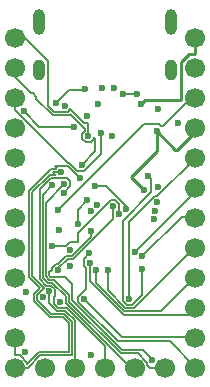
<source format=gbr>
%TF.GenerationSoftware,KiCad,Pcbnew,(6.0.1)*%
%TF.CreationDate,2022-06-23T12:55:07-04:00*%
%TF.ProjectId,stemcell,7374656d-6365-46c6-9c2e-6b696361645f,1.0.0*%
%TF.SameCoordinates,Original*%
%TF.FileFunction,Copper,L2,Inr*%
%TF.FilePolarity,Positive*%
%FSLAX46Y46*%
G04 Gerber Fmt 4.6, Leading zero omitted, Abs format (unit mm)*
G04 Created by KiCad (PCBNEW (6.0.1)) date 2022-06-23 12:55:07*
%MOMM*%
%LPD*%
G01*
G04 APERTURE LIST*
%TA.AperFunction,ComponentPad*%
%ADD10O,1.000000X1.800000*%
%TD*%
%TA.AperFunction,ComponentPad*%
%ADD11O,1.000000X2.200000*%
%TD*%
%TA.AperFunction,ComponentPad*%
%ADD12C,1.700000*%
%TD*%
%TA.AperFunction,ViaPad*%
%ADD13C,0.600000*%
%TD*%
%TA.AperFunction,Conductor*%
%ADD14C,0.254000*%
%TD*%
%TA.AperFunction,Conductor*%
%ADD15C,0.127000*%
%TD*%
G04 APERTURE END LIST*
D10*
%TO.N,GND*%
%TO.C,J1*%
X105689400Y-54472000D03*
X94539400Y-54472000D03*
D11*
X105689400Y-50472000D03*
X94539400Y-50472000D03*
%TD*%
D12*
%TO.N,/PC13*%
%TO.C,J4*%
X105181400Y-79705200D03*
%TO.N,/PC14*%
X102641400Y-79705200D03*
%TO.N,/PC15*%
X100101400Y-79705200D03*
%TO.N,/PA0*%
X97561400Y-79705200D03*
%TO.N,/PA1*%
X95021400Y-79705200D03*
%TD*%
%TO.N,/TX0*%
%TO.C,J2*%
X92481400Y-79705200D03*
%TO.N,/RX0*%
X92481400Y-77165200D03*
%TO.N,GND*%
X92481400Y-74625200D03*
X92481400Y-72085200D03*
%TO.N,/SDA*%
X92481400Y-69545200D03*
%TO.N,/SCL*%
X92481400Y-67005200D03*
%TO.N,/PA15*%
X92481400Y-64465200D03*
%TO.N,/PB3*%
X92481400Y-61925200D03*
%TO.N,/PB4*%
X92481400Y-59385200D03*
%TO.N,/PB5*%
X92481400Y-56845200D03*
%TO.N,/PB8*%
X92481400Y-54305200D03*
%TO.N,/PB9*%
X92481400Y-51765200D03*
%TD*%
%TO.N,VBUS*%
%TO.C,J3*%
X107721400Y-51765200D03*
%TO.N,GND*%
X107721400Y-54305200D03*
%TO.N,/NRST*%
X107721400Y-56845200D03*
%TO.N,VDD*%
X107721400Y-59385200D03*
%TO.N,/PB10*%
X107721400Y-61925200D03*
%TO.N,/PB2*%
X107721400Y-64465200D03*
%TO.N,/PB1*%
X107721400Y-67005200D03*
%TO.N,/PB0*%
X107721400Y-69545200D03*
%TO.N,/PA7*%
X107721400Y-72085200D03*
%TO.N,/PA6*%
X107721400Y-74625200D03*
%TO.N,/PA5*%
X107721400Y-77165200D03*
%TO.N,/PA4*%
X107721400Y-79705200D03*
%TD*%
D13*
%TO.N,VBUS*%
X103158166Y-57382671D03*
%TO.N,GND*%
X96189800Y-68072000D03*
X98882200Y-78587600D03*
X106273600Y-59004200D03*
X98532326Y-58410149D03*
X97146435Y-71097161D03*
%TO.N,VDD*%
X103415448Y-64668548D03*
X104492952Y-59689606D03*
%TO.N,/NRST*%
X96140600Y-66315000D03*
%TO.N,/CC1*%
X102846711Y-56500723D03*
X101593700Y-56488100D03*
%TO.N,/CC2*%
X98396359Y-56093884D03*
X95984097Y-57278000D03*
%TO.N,/TX0*%
X96372400Y-63135600D03*
%TO.N,/RX0*%
X97983900Y-63626400D03*
%TO.N,/HSE_IN*%
X96304700Y-74142200D03*
X97105700Y-69739100D03*
%TO.N,/PA2*%
X101279900Y-66683800D03*
X95621537Y-69363016D03*
X94821728Y-73755999D03*
%TO.N,/PB7*%
X98604500Y-65539800D03*
X97774700Y-67529500D03*
%TO.N,/PB6*%
X99255600Y-64348900D03*
X101884400Y-66258800D03*
%TO.N,/PA3*%
X96141320Y-71424800D03*
X100805000Y-66045700D03*
%TO.N,/PA9*%
X93218000Y-57955634D03*
X97458306Y-59283080D03*
X104311800Y-66403500D03*
%TO.N,/BOOT0*%
X98939000Y-68139700D03*
X104102234Y-79023397D03*
%TO.N,/PB9*%
X98676207Y-60110137D03*
%TO.N,/PB8*%
X98131100Y-62523300D03*
%TO.N,/PA15*%
X98889200Y-66438100D03*
%TO.N,/PB5*%
X99745800Y-59842400D03*
%TO.N,/PB4*%
X100713197Y-60097303D03*
%TO.N,/PB3*%
X99397800Y-65915900D03*
%TO.N,/PA7*%
X99337900Y-71396600D03*
%TO.N,/PA6*%
X98814500Y-70872800D03*
%TO.N,/PA5*%
X98337900Y-73889700D03*
%TO.N,/PA4*%
X98780600Y-70002400D03*
%TO.N,/PB10*%
X102140900Y-73886800D03*
%TO.N,/PB2*%
X102636100Y-69889900D03*
%TO.N,/PB1*%
X103272200Y-70282600D03*
%TO.N,/PB0*%
X100315800Y-71454400D03*
%TO.N,/PC15*%
X96631900Y-64878900D03*
%TO.N,/PC14*%
X95619200Y-64245400D03*
%TO.N,/PC13*%
X96667600Y-64131100D03*
%TO.N,/PA0*%
X95340900Y-73247800D03*
%TO.N,/PA1*%
X93443501Y-73312757D03*
X93304589Y-78351809D03*
%TO.N,/PA8*%
X96729084Y-57547689D03*
X104224900Y-67139800D03*
%TO.N,/VCAP1*%
X103217700Y-71385100D03*
X103710438Y-63430456D03*
%TO.N,/USB_DP*%
X99522191Y-57410304D03*
X104551500Y-64444300D03*
%TO.N,/USB_DN*%
X104516215Y-65706350D03*
X99864401Y-56015728D03*
X100864400Y-56015728D03*
%TO.N,/TX_PULLUP*%
X104554554Y-57832901D03*
%TD*%
D14*
%TO.N,VBUS*%
X106544889Y-53817872D02*
X107234072Y-53128689D01*
X103158166Y-57382671D02*
X103473222Y-57067615D01*
X106544889Y-57067615D02*
X106544889Y-53817872D01*
X107721400Y-53128689D02*
X107721400Y-51699200D01*
X103473222Y-57067615D02*
X106544889Y-57067615D01*
X107234072Y-53128689D02*
X107721400Y-53128689D01*
%TO.N,VDD*%
X106062003Y-61263744D02*
X106205564Y-61263744D01*
X107721400Y-59747908D02*
X107721400Y-59319200D01*
X102280000Y-63533100D02*
X103415448Y-64668548D01*
X106205564Y-61263744D02*
X107721400Y-59747908D01*
X104492952Y-59694693D02*
X106062003Y-61263744D01*
X104492952Y-59689606D02*
X104492952Y-61320148D01*
X104492952Y-61320148D02*
X102280000Y-63533100D01*
X104492952Y-59689606D02*
X104492952Y-59694693D01*
D15*
%TO.N,/NRST*%
X104670667Y-59076189D02*
X103379411Y-59076189D01*
X105012620Y-59249180D02*
X104843658Y-59249180D01*
X107721400Y-56779200D02*
X107482600Y-56779200D01*
X104843658Y-59249180D02*
X104670667Y-59076189D01*
X107482600Y-56779200D02*
X105012620Y-59249180D01*
X103379411Y-59076189D02*
X96140600Y-66315000D01*
%TO.N,/CC1*%
X102834088Y-56488100D02*
X101593700Y-56488100D01*
X102846711Y-56500723D02*
X102834088Y-56488100D01*
%TO.N,/CC2*%
X98305443Y-56184800D02*
X98396359Y-56093884D01*
X95984097Y-57278000D02*
X97077297Y-56184800D01*
X97077297Y-56184800D02*
X98305443Y-56184800D01*
%TO.N,/TX0*%
X97307880Y-75806876D02*
X97307880Y-78665189D01*
X96640255Y-75139251D02*
X97307880Y-75806876D01*
X93550601Y-79705200D02*
X92481400Y-79705200D01*
X94590612Y-78665189D02*
X93550601Y-79705200D01*
X95905680Y-63386780D02*
X95404388Y-63386780D01*
X93950389Y-64840779D02*
X93950389Y-71928780D01*
X97307880Y-78665189D02*
X94590612Y-78665189D01*
X95654500Y-63135600D02*
X95905680Y-63386780D01*
X94958664Y-72937055D02*
X94947691Y-72937055D01*
X94947691Y-72937055D02*
X94331717Y-73553029D01*
X95404388Y-63386780D02*
X93950389Y-64840779D01*
X96372400Y-63135600D02*
X95654500Y-63135600D01*
X95511999Y-75139251D02*
X96640255Y-75139251D01*
X94331717Y-73553029D02*
X94331717Y-73958969D01*
X94331717Y-73958969D02*
X95511999Y-75139251D01*
X93950389Y-71928780D02*
X94958664Y-72937055D01*
%TO.N,/RX0*%
X94485600Y-78411669D02*
X93521411Y-79375858D01*
X93696869Y-64734699D02*
X93696869Y-72033792D01*
X96535243Y-75392771D02*
X97054360Y-75911888D01*
X97054360Y-75911888D02*
X97054360Y-78411669D01*
X92481400Y-78665189D02*
X92481400Y-77165200D01*
X92912188Y-78665189D02*
X92481400Y-78665189D01*
X96964100Y-62606600D02*
X95823900Y-62606600D01*
X97054360Y-78411669D02*
X94485600Y-78411669D01*
X94078197Y-73448018D02*
X94078197Y-74063980D01*
X95932939Y-62882080D02*
X95549488Y-62882080D01*
X95549488Y-62882080D02*
X93696869Y-64734699D01*
X95406988Y-75392771D02*
X96535243Y-75392771D01*
X94078197Y-74063980D02*
X95406988Y-75392771D01*
X96016160Y-62798860D02*
X95932939Y-62882080D01*
X93696869Y-72033792D02*
X94594646Y-72931568D01*
X93521411Y-79375858D02*
X93521411Y-79274412D01*
X93521411Y-79274412D02*
X92912188Y-78665189D01*
X94594646Y-72931568D02*
X94078197Y-73448018D01*
X95823900Y-62606600D02*
X96016160Y-62798860D01*
X97983900Y-63626400D02*
X96964100Y-62606600D01*
%TO.N,/PA2*%
X100608700Y-65508900D02*
X100964400Y-65508900D01*
X97126682Y-69025137D02*
X97778803Y-69025137D01*
X101295900Y-65840400D02*
X101295900Y-66667800D01*
X97778803Y-68338797D02*
X100608700Y-65508900D01*
X100964400Y-65508900D02*
X101295900Y-65840400D01*
X96788803Y-69363016D02*
X97126682Y-69025137D01*
X95621537Y-69363016D02*
X96788803Y-69363016D01*
X101295900Y-66667800D02*
X101279900Y-66683800D01*
X97778803Y-69025137D02*
X97778803Y-68338797D01*
%TO.N,/PB7*%
X97774700Y-66369600D02*
X98604500Y-65539800D01*
X97774700Y-67529500D02*
X97774700Y-66369600D01*
%TO.N,/PB6*%
X100204100Y-64348900D02*
X101884400Y-66029200D01*
X99255600Y-64348900D02*
X100204100Y-64348900D01*
X101884400Y-66029200D02*
X101884400Y-66258800D01*
%TO.N,/PA3*%
X100778800Y-66071900D02*
X100805000Y-66045700D01*
X100778800Y-67118632D02*
X100778800Y-66071900D01*
X96141320Y-71295912D02*
X96953812Y-70483420D01*
X96141320Y-71424800D02*
X96141320Y-71295912D01*
X97414012Y-70483420D02*
X100778800Y-67118632D01*
X96953812Y-70483420D02*
X97414012Y-70483420D01*
%TO.N,/PA9*%
X93218000Y-57955634D02*
X94545446Y-59283080D01*
X94545446Y-59283080D02*
X97458306Y-59283080D01*
%TO.N,/BOOT0*%
X97309000Y-70229900D02*
X98939000Y-68599900D01*
X95651309Y-71387472D02*
X95651309Y-71221830D01*
X98939000Y-68599900D02*
X98939000Y-68139700D01*
X96808881Y-70229900D02*
X97309000Y-70229900D01*
X95324760Y-71869022D02*
X95324760Y-71539200D01*
X95651309Y-71221830D02*
X95938350Y-70934789D01*
X104102234Y-79023397D02*
X104102234Y-78995603D01*
X104102234Y-78995603D02*
X103340911Y-78234280D01*
X95452967Y-71997229D02*
X95324760Y-71869022D01*
X95938350Y-70934789D02*
X96103992Y-70934789D01*
X95499581Y-71539200D02*
X95651309Y-71387472D01*
X101530180Y-78234280D02*
X97303320Y-74007420D01*
X103340911Y-78234280D02*
X101530180Y-78234280D01*
X95324760Y-71539200D02*
X95499581Y-71539200D01*
X97303320Y-72593200D02*
X96707349Y-71997229D01*
X96103992Y-70934789D02*
X96808881Y-70229900D01*
X97303320Y-74007420D02*
X97303320Y-72593200D01*
X96707349Y-71997229D02*
X95452967Y-71997229D01*
%TO.N,/PB9*%
X96932054Y-58037700D02*
X95759632Y-58037700D01*
X93332400Y-51765200D02*
X92481400Y-51765200D01*
X95302420Y-53735220D02*
X93332400Y-51765200D01*
X98299118Y-58973160D02*
X97147856Y-57821898D01*
X95302420Y-57580488D02*
X95302420Y-53735220D01*
X97147856Y-57821898D02*
X96932054Y-58037700D01*
X98676207Y-60110137D02*
X98676207Y-58973160D01*
X95759632Y-58037700D02*
X95302420Y-57580488D01*
X98676207Y-58973160D02*
X98299118Y-58973160D01*
%TO.N,/PB8*%
X97147856Y-58180430D02*
X98422687Y-59455261D01*
X99288600Y-61365800D02*
X98131100Y-62523300D01*
X99166218Y-60198792D02*
X99288600Y-60321174D01*
X98186196Y-60313107D02*
X98473237Y-60600148D01*
X99166218Y-60313107D02*
X99166218Y-60198792D01*
X98422687Y-59455261D02*
X98422687Y-59670676D01*
X95654620Y-58291220D02*
X97037065Y-58291220D01*
X97037065Y-58291220D02*
X97147856Y-58180430D01*
X94292211Y-56928811D02*
X95654620Y-58291220D01*
X93820189Y-56456789D02*
X94005170Y-56456789D01*
X99288600Y-60321174D02*
X99288600Y-61365800D01*
X98422687Y-59670676D02*
X98186196Y-59907167D01*
X98879177Y-60600148D02*
X99166218Y-60313107D01*
X94292211Y-56743830D02*
X94292211Y-56928811D01*
X94005170Y-56456789D02*
X94292211Y-56743830D01*
X98473237Y-60600148D02*
X98879177Y-60600148D01*
X92481400Y-55118000D02*
X93820189Y-56456789D01*
X92481400Y-54305200D02*
X92481400Y-55118000D01*
X98186196Y-59907167D02*
X98186196Y-60313107D01*
%TO.N,/PB5*%
X98338966Y-63027234D02*
X99745800Y-61620400D01*
X96922480Y-62353080D02*
X97069112Y-62353080D01*
X92481400Y-57912000D02*
X96922480Y-62353080D01*
X97069112Y-62353080D02*
X97743266Y-63027234D01*
X99745800Y-61620400D02*
X99745800Y-59842400D01*
X92481400Y-56845200D02*
X92481400Y-57912000D01*
X97743266Y-63027234D02*
X98338966Y-63027234D01*
%TO.N,/PA7*%
X104852400Y-74888200D02*
X107721400Y-72019200D01*
X99337900Y-72510800D02*
X101715300Y-74888200D01*
X99337900Y-71396600D02*
X99337900Y-72510800D01*
X101715300Y-74888200D02*
X104852400Y-74888200D01*
%TO.N,/PA6*%
X101666400Y-75198800D02*
X98814500Y-72346900D01*
X107081800Y-75198800D02*
X101666400Y-75198800D01*
X98814500Y-72346900D02*
X98814500Y-70872800D01*
X107721400Y-74559200D02*
X107081800Y-75198800D01*
%TO.N,/PA5*%
X107721400Y-77099200D02*
X101547400Y-77099200D01*
X101547400Y-77099200D02*
X98337900Y-73889700D01*
%TO.N,/PA4*%
X98780600Y-70002400D02*
X98324489Y-70458511D01*
X98475800Y-73058819D02*
X97847889Y-73686730D01*
X101190600Y-77478500D02*
X105560700Y-77478500D01*
X98475800Y-71227081D02*
X98475800Y-73058819D01*
X97847889Y-73686730D02*
X97847889Y-74135789D01*
X105560700Y-77478500D02*
X107721400Y-79639200D01*
X98324489Y-70458511D02*
X98324489Y-71075770D01*
X98324489Y-71075770D02*
X98475800Y-71227081D01*
X97847889Y-74135789D02*
X101190600Y-77478500D01*
%TO.N,/PB10*%
X104531400Y-65185300D02*
X104344300Y-65185300D01*
X102140900Y-67388700D02*
X102140900Y-73886800D01*
X104344300Y-65185300D02*
X102140900Y-67388700D01*
X107721400Y-61859200D02*
X107721400Y-61995300D01*
X107721400Y-61995300D02*
X104531400Y-65185300D01*
%TO.N,/PB2*%
X102636100Y-69889900D02*
X107721400Y-64804600D01*
X107721400Y-64804600D02*
X107721400Y-64399200D01*
%TO.N,/PB1*%
X107721400Y-66939200D02*
X106615600Y-66939200D01*
X106615600Y-66939200D02*
X103272200Y-70282600D01*
%TO.N,/PB0*%
X100315800Y-73129100D02*
X101820600Y-74633900D01*
X101820600Y-74633900D02*
X102566700Y-74633900D01*
X100315800Y-71454400D02*
X100315800Y-73129100D01*
X102566700Y-74633900D02*
X107721400Y-69479200D01*
%TO.N,/PC15*%
X96912500Y-63640300D02*
X97158500Y-63886300D01*
X96850279Y-74632211D02*
X96101730Y-74632211D01*
X95813800Y-74344281D02*
X95813800Y-73673800D01*
X95813800Y-73673800D02*
X95830911Y-73656689D01*
X100101400Y-77883332D02*
X96850279Y-74632211D01*
X100101400Y-79705200D02*
X100101400Y-77883332D01*
X96101730Y-74632211D02*
X95813800Y-74344281D01*
X95509400Y-63640300D02*
X96912500Y-63640300D01*
X95830911Y-73656689D02*
X95830911Y-73044830D01*
X97158500Y-64352300D02*
X96631900Y-64878900D01*
X95543870Y-72757789D02*
X95137930Y-72757789D01*
X95137930Y-72757789D02*
X94564200Y-72184059D01*
X97158500Y-63886300D02*
X97158500Y-64352300D01*
X94564200Y-72184059D02*
X94564200Y-64585500D01*
X94564200Y-64585500D02*
X95509400Y-63640300D01*
X95830911Y-73044830D02*
X95543870Y-72757789D01*
%TO.N,/PC14*%
X94817720Y-65046880D02*
X95619200Y-64245400D01*
X95648881Y-72504269D02*
X95242942Y-72504269D01*
X102641400Y-79705200D02*
X102281800Y-79705200D01*
X96795500Y-74218900D02*
X96795500Y-73650888D01*
X95242942Y-72504269D02*
X94817720Y-72079047D01*
X94817720Y-72079047D02*
X94817720Y-65046880D01*
X96795500Y-73650888D02*
X95648881Y-72504269D01*
X102281800Y-79705200D02*
X96795500Y-74218900D01*
%TO.N,/PC13*%
X95753892Y-72250749D02*
X95347954Y-72250749D01*
X101424000Y-78487800D02*
X97049800Y-74113600D01*
X103911400Y-79705200D02*
X103681411Y-79475211D01*
X105181400Y-79705200D02*
X103911400Y-79705200D01*
X103681411Y-79475211D02*
X103681411Y-79274412D01*
X95347954Y-72250749D02*
X95071240Y-71974035D01*
X95071240Y-71974035D02*
X95071240Y-65727460D01*
X97049800Y-73546657D02*
X95753892Y-72250749D01*
X103681411Y-79274412D02*
X102894799Y-78487800D01*
X95071240Y-65727460D02*
X96667600Y-64131100D01*
X102894799Y-78487800D02*
X101424000Y-78487800D01*
X97049800Y-74113600D02*
X97049800Y-73546657D01*
%TO.N,/PA0*%
X95996718Y-74885731D02*
X95340900Y-74229913D01*
X97561400Y-75701864D02*
X96745267Y-74885731D01*
X97561400Y-79705200D02*
X97561400Y-75701864D01*
X96745267Y-74885731D02*
X95996718Y-74885731D01*
X95340900Y-74229913D02*
X95340900Y-73247800D01*
%TO.N,/VCAP1*%
X101925900Y-74379600D02*
X102403900Y-74379600D01*
X102403900Y-74379600D02*
X103217700Y-73565800D01*
X101615700Y-74069400D02*
X101925900Y-74379600D01*
X101615700Y-67264500D02*
X101615700Y-74069400D01*
X104029900Y-63749918D02*
X104029900Y-64850300D01*
X103710438Y-63430456D02*
X104029900Y-63749918D01*
X104029900Y-64850300D02*
X101615700Y-67264500D01*
X103217700Y-73565800D02*
X103217700Y-71385100D01*
%TD*%
M02*

</source>
